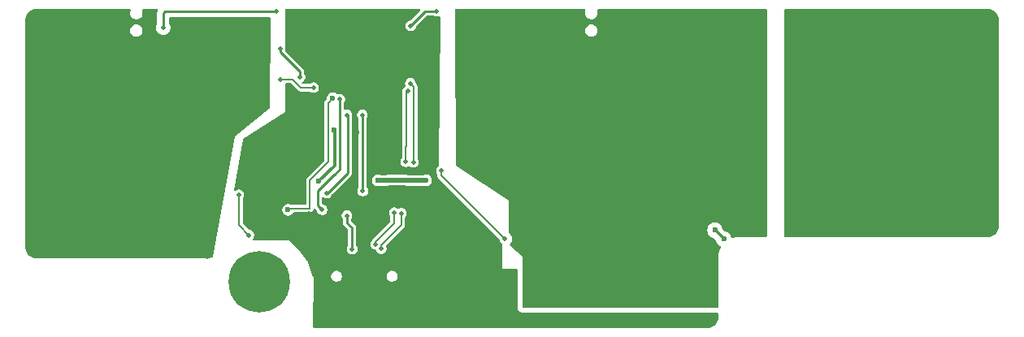
<source format=gbr>
%TF.GenerationSoftware,KiCad,Pcbnew,9.0.4*%
%TF.CreationDate,2025-09-10T21:24:44+08:00*%
%TF.ProjectId,smart_shunt_v0.0.1,736d6172-745f-4736-9875-6e745f76302e,v0.0.4*%
%TF.SameCoordinates,Original*%
%TF.FileFunction,Copper,L2,Bot*%
%TF.FilePolarity,Positive*%
%FSLAX46Y46*%
G04 Gerber Fmt 4.6, Leading zero omitted, Abs format (unit mm)*
G04 Created by KiCad (PCBNEW 9.0.4) date 2025-09-10 21:24:44*
%MOMM*%
%LPD*%
G01*
G04 APERTURE LIST*
%TA.AperFunction,ComponentPad*%
%ADD10C,2.000000*%
%TD*%
%TA.AperFunction,ComponentPad*%
%ADD11O,18.000000X18.500000*%
%TD*%
%TA.AperFunction,ComponentPad*%
%ADD12O,17.000000X17.500000*%
%TD*%
%TA.AperFunction,ComponentPad*%
%ADD13C,0.800000*%
%TD*%
%TA.AperFunction,ComponentPad*%
%ADD14C,6.400000*%
%TD*%
%TA.AperFunction,ViaPad*%
%ADD15C,0.500000*%
%TD*%
%TA.AperFunction,ViaPad*%
%ADD16C,0.600000*%
%TD*%
%TA.AperFunction,ViaPad*%
%ADD17C,1.000000*%
%TD*%
%TA.AperFunction,Conductor*%
%ADD18C,0.200000*%
%TD*%
%TA.AperFunction,Conductor*%
%ADD19C,0.250000*%
%TD*%
%TA.AperFunction,Conductor*%
%ADD20C,0.300000*%
%TD*%
%TA.AperFunction,Conductor*%
%ADD21C,0.500000*%
%TD*%
G04 APERTURE END LIST*
D10*
%TO.P,J1,1,Pin_1*%
%TO.N,SHUNT+*%
X173858810Y-81671308D03*
X172108810Y-86171308D03*
X172108810Y-76921308D03*
X167358810Y-88471308D03*
D11*
X167358810Y-81671308D03*
D10*
X167358810Y-74921308D03*
X162858810Y-76921308D03*
X162358811Y-86171308D03*
X160858810Y-81671308D03*
%TD*%
%TO.P,J2,1,Pin_1*%
%TO.N,SHUNT-*%
X113358811Y-81671308D03*
X114858812Y-86171308D03*
X115358811Y-76921308D03*
X119858811Y-74921308D03*
D11*
X119858811Y-81671308D03*
D10*
X119858811Y-88471308D03*
X124608811Y-76921308D03*
X124608811Y-86171308D03*
X126358811Y-81671308D03*
%TD*%
%TO.P,J6,1,Pin_1*%
%TO.N,Net-(J6-Pin_1)*%
X207500000Y-79400000D03*
X206000000Y-74900000D03*
X205500000Y-84150000D03*
X201000000Y-86150000D03*
D12*
X201000000Y-79400000D03*
D10*
X201000000Y-72600000D03*
X196250000Y-84150000D03*
X196250000Y-74900000D03*
X194500000Y-79400000D03*
%TD*%
D13*
%TO.P,J5,1,Pin_1*%
%TO.N,GND*%
X156908811Y-96021309D03*
X156205867Y-97718365D03*
X156205867Y-94324253D03*
X154508811Y-98421309D03*
D14*
X154508811Y-96021309D03*
D13*
X154508811Y-93621309D03*
X152811755Y-97718365D03*
X152811755Y-94324253D03*
X152108811Y-96021309D03*
%TD*%
%TO.P,J3,1,Pin_1*%
%TO.N,Net-(J3-Pin_1)*%
X135108810Y-95971308D03*
X134405866Y-97668364D03*
X134405866Y-94274252D03*
X132708810Y-98371308D03*
D14*
X132708810Y-95971308D03*
D13*
X132708810Y-93571308D03*
X131011754Y-97668364D03*
X131011754Y-94274252D03*
X130308810Y-95971308D03*
%TD*%
D15*
%TO.N,USBD-*%
X144833811Y-92071309D03*
X148000000Y-83471308D03*
X146798926Y-88753375D03*
X148208810Y-76071308D03*
%TO.N,USBD+*%
X148800000Y-83500000D03*
X145418597Y-92527993D03*
X148458811Y-75271309D03*
X147508811Y-88821308D03*
%TO.N,LED*%
X143508810Y-86521309D03*
X143458811Y-78571308D03*
%TO.N,Net-(U1-EN{slash}CHIP_PU)*%
X136958811Y-74621308D03*
X134908811Y-71671307D03*
%TO.N,Net-(U1-GPIO9)*%
X148508809Y-69271309D03*
X151208811Y-67771297D03*
D16*
%TO.N,ALERT*%
X135719458Y-88471308D03*
X140363077Y-76841408D03*
D15*
%TO.N,SCL*%
X139758811Y-86721308D03*
X141858810Y-78571308D03*
%TO.N,SDA*%
X139274664Y-88468636D03*
X141108811Y-76921306D03*
%TO.N,GND*%
X146558811Y-69871308D03*
X131900000Y-90200000D03*
X146508811Y-73821309D03*
X173599000Y-99501579D03*
X142458810Y-71921309D03*
X150600000Y-77500000D03*
X144408811Y-71871308D03*
D16*
X137353023Y-81765519D03*
X143008811Y-99901309D03*
D15*
X134508811Y-67771308D03*
D16*
X146508811Y-96821309D03*
D15*
X133908811Y-87771309D03*
D16*
X143847013Y-92071993D03*
X136058811Y-81671307D03*
X138144631Y-81785487D03*
D15*
X140358811Y-73871308D03*
D16*
X144758811Y-96821309D03*
X142883811Y-80396309D03*
D15*
X142458810Y-73821309D03*
X146608811Y-71971309D03*
X136631651Y-85375036D03*
X137858811Y-89471309D03*
X122708811Y-69471309D03*
X140658811Y-70171308D03*
X151000000Y-68700000D03*
X144464473Y-73821308D03*
X133058811Y-86571309D03*
D16*
X144758811Y-99901309D03*
X143008811Y-98321309D03*
X146488811Y-99901308D03*
D15*
X144408811Y-69771309D03*
X140358811Y-71921309D03*
D16*
X140758811Y-98321309D03*
D15*
X137858811Y-88871309D03*
D16*
X146508811Y-98321309D03*
X144758811Y-98321309D03*
X140758811Y-96821309D03*
X140758811Y-99901309D03*
X139008810Y-81646309D03*
D15*
X142458810Y-69821308D03*
D16*
X143008811Y-96821309D03*
D15*
%TO.N,Net-(D1-A)*%
X141858811Y-89071309D03*
X142408811Y-92571309D03*
D16*
%TO.N,Net-(U5-VFB)*%
X138922782Y-85510280D03*
X140483811Y-80121307D03*
D15*
%TO.N,SHUNT+*%
X155600000Y-75600000D03*
X173600000Y-73600000D03*
X165600000Y-93600000D03*
X173600000Y-68600000D03*
X157600000Y-78600000D03*
X163600000Y-90600000D03*
X174600000Y-71600000D03*
X155600000Y-76600000D03*
X175600000Y-88600000D03*
X164600000Y-91600000D03*
X172600000Y-70600000D03*
X166600000Y-98100000D03*
D17*
X179299999Y-81800002D03*
D15*
X167600000Y-98100000D03*
X163600000Y-71600000D03*
X163600000Y-91600000D03*
X159600000Y-69600000D03*
X165600000Y-95600000D03*
X161600000Y-90600000D03*
D17*
X183300000Y-76300000D03*
D15*
X168600000Y-93600000D03*
X176600000Y-90600000D03*
X173600000Y-93600000D03*
X161600000Y-71600000D03*
X158600000Y-86600000D03*
D17*
X183299999Y-85800001D03*
D15*
X175600000Y-91600000D03*
X155600000Y-73600000D03*
X162600000Y-92600000D03*
X164600000Y-71600000D03*
X168600000Y-91600000D03*
X176600000Y-89600000D03*
D17*
X181299999Y-83800002D03*
D15*
X156600000Y-85600000D03*
X175600000Y-74600000D03*
X155600000Y-69600000D03*
D17*
X183300000Y-72300000D03*
D15*
X158600000Y-75600000D03*
X157600000Y-74600000D03*
X160600000Y-70600000D03*
X175600000Y-90600000D03*
X170600000Y-93600000D03*
X161600000Y-89600000D03*
X167600000Y-92600000D03*
D17*
X179299999Y-76300001D03*
D15*
X169600000Y-70600000D03*
X170600000Y-92600000D03*
X154300000Y-78600000D03*
X158600000Y-70600000D03*
D17*
X181299999Y-70300001D03*
D15*
X159600000Y-73600000D03*
X155600000Y-78600000D03*
X166600000Y-92600000D03*
X154300000Y-77600000D03*
X164600000Y-70600000D03*
X173600000Y-90600000D03*
D17*
X179299999Y-87800001D03*
D15*
X156600000Y-69600000D03*
X167700000Y-71600000D03*
X174600000Y-90600000D03*
X157600000Y-81600000D03*
X172600000Y-73600000D03*
X159600000Y-74600000D03*
X155600000Y-72600000D03*
X156600000Y-82600000D03*
X156600000Y-84600000D03*
X168600000Y-92600000D03*
D17*
X179299999Y-83800001D03*
X181299999Y-87800001D03*
D15*
X165600000Y-70600000D03*
X166600000Y-71600000D03*
X180000000Y-97000000D03*
D17*
X183299999Y-74300001D03*
D15*
X157600000Y-72600000D03*
X168700000Y-71600000D03*
X155600000Y-70600000D03*
X155600000Y-77600000D03*
X160600000Y-90600000D03*
X174600000Y-69600000D03*
X178600000Y-93600000D03*
X174600000Y-70600000D03*
D17*
X183300000Y-70300001D03*
D15*
X156600000Y-76600000D03*
D17*
X181300000Y-74300000D03*
D15*
X157600000Y-70600000D03*
D17*
X181299999Y-76300001D03*
D16*
X150100000Y-85385348D03*
D15*
X155600000Y-79600000D03*
X163600000Y-72600000D03*
X158600000Y-74600000D03*
X160600000Y-69600000D03*
X154300000Y-70600000D03*
X161600000Y-91600000D03*
X165600000Y-91600000D03*
X154300000Y-81600000D03*
X158600000Y-73600000D03*
X166600000Y-93600000D03*
X160600000Y-73600000D03*
X167600000Y-93600000D03*
X160600000Y-91600000D03*
X165600000Y-94600000D03*
X155600000Y-82600000D03*
X162600000Y-71600000D03*
D17*
X179299999Y-72299999D03*
D15*
X175600000Y-89600000D03*
X155600000Y-83600000D03*
X163600000Y-70600000D03*
X178600000Y-91600000D03*
X156600000Y-73600000D03*
D17*
X181299999Y-72300002D03*
D15*
X177600000Y-93600000D03*
X165600000Y-98100000D03*
X175600000Y-72600000D03*
X175600000Y-70600000D03*
X159600000Y-72600000D03*
X154300000Y-80600000D03*
X154300000Y-76600000D03*
X175600000Y-93600000D03*
X171600000Y-98100000D03*
X155600000Y-81600000D03*
X174600000Y-91600000D03*
X157600000Y-73600000D03*
X173600000Y-72600000D03*
X154300000Y-71600000D03*
X177600000Y-90600000D03*
X157600000Y-82600000D03*
D17*
X181299999Y-81800001D03*
D15*
X162600000Y-90600000D03*
X154300000Y-73600000D03*
X156600000Y-70600000D03*
X156600000Y-78600000D03*
X156600000Y-74600000D03*
X175600000Y-92600000D03*
X154300000Y-72600000D03*
X157600000Y-69600000D03*
X160600000Y-92600000D03*
X176600000Y-93600000D03*
X178600000Y-92600000D03*
X159600000Y-70600000D03*
X160600000Y-89600000D03*
X155600000Y-74600000D03*
X173600000Y-69600000D03*
X177600000Y-91600000D03*
X156600000Y-72600000D03*
X172600000Y-69600000D03*
X159600000Y-71600000D03*
X174600000Y-93600000D03*
X171600000Y-71600000D03*
X161600000Y-73600000D03*
X174600000Y-68600000D03*
D16*
X145073414Y-85385656D03*
D15*
X176600000Y-87600000D03*
X161600000Y-70600000D03*
X176600000Y-88600000D03*
X172600000Y-93600000D03*
D17*
X179299999Y-74300001D03*
D15*
X176600000Y-91600000D03*
X157600000Y-75600000D03*
X157600000Y-85600000D03*
X165600000Y-96600000D03*
D17*
X179299999Y-85800001D03*
D15*
X157600000Y-77600000D03*
X174600000Y-88600000D03*
X172600000Y-71600000D03*
X157600000Y-84600000D03*
X158600000Y-69600000D03*
X169600000Y-98100000D03*
X169600000Y-93600000D03*
D17*
X183299999Y-83800001D03*
D15*
X171600000Y-72600000D03*
X156600000Y-83600000D03*
X154300000Y-75600000D03*
X155600000Y-84600000D03*
X157600000Y-79600000D03*
X159600000Y-75600000D03*
X158600000Y-76600000D03*
X175600000Y-87600000D03*
X163600000Y-69600000D03*
X167600000Y-91600000D03*
X156600000Y-81600000D03*
X166600000Y-91600000D03*
D17*
X179299999Y-70300002D03*
D15*
X162600000Y-69600000D03*
X169700000Y-71600000D03*
X173600000Y-89600000D03*
X158600000Y-85600000D03*
X168599999Y-98100000D03*
X175600000Y-73600000D03*
X173600000Y-70600000D03*
X171600000Y-90600000D03*
X170700000Y-72600000D03*
X175600000Y-68600000D03*
X154300000Y-82600000D03*
X169600000Y-92600000D03*
X157600000Y-76600000D03*
X174600000Y-89600000D03*
X171600000Y-91600000D03*
X154300000Y-69600000D03*
X172600000Y-92600000D03*
X174600000Y-74600000D03*
X162600000Y-70600000D03*
X156600000Y-79600000D03*
X169600000Y-91600000D03*
X156600000Y-71600000D03*
X176600000Y-92600000D03*
X170700000Y-71600000D03*
X156600000Y-80600000D03*
X172600000Y-68600000D03*
X164600000Y-92600000D03*
X170600000Y-98100000D03*
X173600000Y-91600000D03*
X180000000Y-98100000D03*
X157600000Y-80600000D03*
X161600000Y-69600000D03*
X173600000Y-71600000D03*
X160600000Y-71600000D03*
X165600000Y-71600000D03*
D17*
X181300000Y-85800000D03*
D15*
X173600000Y-92600000D03*
X171600000Y-93600000D03*
X154300000Y-74600000D03*
X162600000Y-72600000D03*
X161600000Y-92600000D03*
X172600000Y-90600000D03*
X174600000Y-92600000D03*
X156600000Y-77600000D03*
X171600000Y-70600000D03*
X158600000Y-71600000D03*
X160600000Y-74600000D03*
X157600000Y-83600000D03*
X162600000Y-91600000D03*
X154300000Y-79600000D03*
D17*
X183300000Y-81800001D03*
D15*
X155600000Y-80600000D03*
X171600000Y-92600000D03*
X175600000Y-69600000D03*
X170600000Y-91600000D03*
X157600000Y-71600000D03*
X165600000Y-92600000D03*
X177600000Y-92600000D03*
X163600000Y-92600000D03*
X158600000Y-72600000D03*
X155600000Y-71600000D03*
X154300000Y-83600000D03*
D17*
X183300000Y-87800000D03*
D15*
X178600000Y-90600000D03*
X160600000Y-72600000D03*
X161600000Y-72600000D03*
X156600000Y-75600000D03*
X175600000Y-71600000D03*
X172600000Y-72600000D03*
X174600000Y-72600000D03*
X172600000Y-91600000D03*
X174600000Y-73600000D03*
%TO.N,Net-(J6-Pin_1)*%
X191500000Y-85600000D03*
X195600000Y-71600000D03*
X193600000Y-71600000D03*
X194600000Y-88600000D03*
X206600000Y-86600000D03*
X208600000Y-71600000D03*
D16*
X181109620Y-91509620D03*
D15*
X191500000Y-78000000D03*
X197600000Y-70600000D03*
X207600000Y-85600000D03*
X193600000Y-69600000D03*
X196600000Y-89600000D03*
X204600000Y-88600000D03*
X193600000Y-68600000D03*
X199600000Y-88600000D03*
X196600000Y-87600000D03*
X206600000Y-87600000D03*
X204600000Y-70600000D03*
X208600000Y-68600000D03*
X193600000Y-70600000D03*
X208600000Y-89600000D03*
X192600000Y-74600000D03*
X207600000Y-89600000D03*
X206600000Y-89600000D03*
X191500000Y-79000000D03*
X203600000Y-89600000D03*
X197600000Y-89600000D03*
X193600000Y-85600000D03*
X191500000Y-82600000D03*
X200600000Y-88600000D03*
X192600000Y-72600000D03*
X191500000Y-80000000D03*
X192600000Y-70600000D03*
X196600000Y-88600000D03*
X206600000Y-70600000D03*
X191500000Y-86600000D03*
X193600000Y-86600000D03*
X194600000Y-89600000D03*
X191600000Y-69600000D03*
X191500000Y-87600000D03*
X194600000Y-71600000D03*
X208600000Y-85600000D03*
X192600000Y-87600000D03*
X202600000Y-88600000D03*
X207600000Y-69600000D03*
X201600000Y-88600000D03*
X208600000Y-73600000D03*
X195600000Y-88600000D03*
X191600000Y-70600000D03*
X191600000Y-68600000D03*
X193600000Y-73600000D03*
X200600000Y-89600000D03*
X192600000Y-75600000D03*
D16*
X188800000Y-90600000D03*
D15*
X192600000Y-69600000D03*
X197600000Y-88600000D03*
X191500000Y-77000000D03*
X191600000Y-72600000D03*
X203600000Y-70600000D03*
X193600000Y-89600000D03*
X191500000Y-76000000D03*
X192600000Y-73600000D03*
X207600000Y-71600000D03*
X207600000Y-87600000D03*
X208600000Y-69600000D03*
X198600000Y-89600000D03*
X192600000Y-84600000D03*
X192600000Y-86600000D03*
X193600000Y-87600000D03*
X205600000Y-87600000D03*
X193600000Y-72600000D03*
X195600000Y-70600000D03*
X192600000Y-68600000D03*
X191600000Y-74600000D03*
X191500000Y-88600000D03*
X192600000Y-83600000D03*
X208600000Y-88600000D03*
X192600000Y-88600000D03*
X191600000Y-71600000D03*
X205600000Y-88600000D03*
X201600000Y-89600000D03*
X206600000Y-88600000D03*
D16*
X180190380Y-90590380D03*
D15*
X208600000Y-87600000D03*
X208600000Y-86600000D03*
X191600000Y-73600000D03*
X192600000Y-85600000D03*
X191500000Y-84600000D03*
X203600000Y-88600000D03*
X207600000Y-86600000D03*
X207600000Y-72600000D03*
X195600000Y-89600000D03*
X208600000Y-84600000D03*
X206600000Y-71600000D03*
X198600000Y-88600000D03*
X195600000Y-87600000D03*
X191500000Y-81000000D03*
X196600000Y-70600000D03*
X194600000Y-86600000D03*
X192600000Y-89600000D03*
X204600000Y-89600000D03*
X207600000Y-70600000D03*
X194600000Y-87600000D03*
X202600000Y-89600000D03*
X208600000Y-72600000D03*
X208600000Y-70600000D03*
X205600000Y-70600000D03*
X207600000Y-68600000D03*
X205600000Y-89600000D03*
X199600000Y-89600000D03*
X192600000Y-71600000D03*
X193600000Y-88600000D03*
X194600000Y-70600000D03*
X207600000Y-88600000D03*
X191500000Y-83600000D03*
%TO.N,LD_DISC*%
X151700000Y-84400000D03*
X158300000Y-91500000D03*
%TO.N,Net-(U1-GPIO3{slash}ADC1_CH3)*%
X138384224Y-75724592D03*
X131650000Y-91100000D03*
X134888537Y-74845274D03*
X130583810Y-86900000D03*
%TD*%
D18*
%TO.N,USBD-*%
X146783811Y-88768490D02*
X146798926Y-88753375D01*
X148008810Y-76271309D02*
X148208810Y-76071308D01*
X148000000Y-81880119D02*
X148008810Y-81871309D01*
X148000000Y-83471308D02*
X148000000Y-81880119D01*
X146783811Y-89896309D02*
X146783811Y-88768490D01*
X144833811Y-91846309D02*
X146783811Y-89896309D01*
X148008810Y-81871309D02*
X148008810Y-76271309D01*
X144833811Y-92071309D02*
X144833811Y-91846309D01*
%TO.N,USBD+*%
X145418597Y-92527993D02*
X145418597Y-92150731D01*
X148800000Y-83500000D02*
X148800000Y-82180120D01*
X148800000Y-82180120D02*
X148808811Y-82171309D01*
X147508811Y-90060517D02*
X147508811Y-88821308D01*
X145418597Y-92150731D02*
X147508811Y-90060517D01*
X148808811Y-82171309D02*
X148808811Y-75621309D01*
X148808811Y-75621309D02*
X148458811Y-75271309D01*
D19*
%TO.N,LED*%
X143508811Y-78621309D02*
X143508810Y-86521309D01*
X143458811Y-78571308D02*
X143508811Y-78621309D01*
%TO.N,Net-(U1-EN{slash}CHIP_PU)*%
X136958811Y-74049236D02*
X134908811Y-71999236D01*
X136958811Y-74621308D02*
X136958811Y-74049236D01*
X134908811Y-71999236D02*
X134908811Y-71671307D01*
%TO.N,Net-(U1-GPIO9)*%
X150008820Y-67771296D02*
X148508809Y-69271309D01*
X151208811Y-67771297D02*
X150008820Y-67771296D01*
D18*
%TO.N,ALERT*%
X135870457Y-88320308D02*
X135719458Y-88471308D01*
X139882811Y-77321675D02*
X139882810Y-83420308D01*
X140363077Y-76841408D02*
X139882811Y-77321675D01*
X139882810Y-83420308D02*
X139908811Y-83446309D01*
X138008811Y-85346309D02*
X138008811Y-88320308D01*
X139908811Y-83446309D02*
X138008811Y-85346309D01*
X138008811Y-88320308D02*
X135870457Y-88320308D01*
D19*
%TO.N,SCL*%
X141908811Y-84621309D02*
X139808811Y-86721309D01*
X141908811Y-78621309D02*
X141908811Y-84621309D01*
X141858810Y-78571308D02*
X141908811Y-78621309D01*
X139808811Y-86721309D02*
X139758811Y-86721308D01*
%TO.N,SDA*%
X140558811Y-84771309D02*
X140545637Y-84771308D01*
X138808811Y-88002784D02*
X139274664Y-88468636D01*
X140545637Y-84771308D02*
X138808811Y-86508136D01*
X141108811Y-76921306D02*
X141108811Y-84221309D01*
X138808811Y-86508136D02*
X138808811Y-88002784D01*
X141108811Y-84221309D02*
X140558811Y-84771309D01*
%TO.N,GND*%
X122908811Y-67771309D02*
X122708811Y-67971309D01*
X122708811Y-67971309D02*
X122708811Y-69471309D01*
X134508811Y-67771308D02*
X122908811Y-67771309D01*
%TO.N,Net-(D1-A)*%
X142408811Y-90371307D02*
X141858811Y-89821309D01*
X142408811Y-92571309D02*
X142408811Y-90371307D01*
X141858811Y-89821309D02*
X141858811Y-89071309D01*
D20*
%TO.N,Net-(U5-VFB)*%
X140558810Y-80196306D02*
X140558811Y-83874251D01*
X140558811Y-83874251D02*
X138922782Y-85510280D01*
X140483811Y-80121307D02*
X140558810Y-80196306D01*
D21*
%TO.N,SHUNT+*%
X146118199Y-85381801D02*
X148090612Y-85381801D01*
D20*
X148094159Y-85385348D02*
X148090612Y-85381801D01*
D21*
X146114344Y-85385656D02*
X146118199Y-85381801D01*
X145073414Y-85385656D02*
X146114344Y-85385656D01*
X150100000Y-85385348D02*
X148094159Y-85385348D01*
D20*
%TO.N,Net-(J6-Pin_1)*%
X180190380Y-90590380D02*
X181109620Y-91509620D01*
D18*
%TO.N,LD_DISC*%
X151700000Y-84400000D02*
X151700000Y-84900000D01*
X151700000Y-84900000D02*
X158300000Y-91500000D01*
%TO.N,Net-(U1-GPIO3{slash}ADC1_CH3)*%
X136196090Y-74845274D02*
X137075408Y-75724592D01*
X130583810Y-86900000D02*
X130583810Y-90033810D01*
X137075408Y-75724592D02*
X138384224Y-75724592D01*
X130583810Y-90033810D02*
X131650000Y-91100000D01*
X134888537Y-74845274D02*
X136196090Y-74845274D01*
%TD*%
%TA.AperFunction,Conductor*%
%TO.N,GND*%
G36*
X149473365Y-67543087D02*
G01*
X149509330Y-67592586D01*
X149509333Y-67653771D01*
X149485181Y-67693185D01*
X148484088Y-68694281D01*
X148439708Y-68719904D01*
X148296324Y-68758324D01*
X148296320Y-68758326D01*
X148170798Y-68830796D01*
X148068296Y-68933298D01*
X147995826Y-69058819D01*
X147958309Y-69198834D01*
X147958309Y-69343783D01*
X147995826Y-69483798D01*
X148068296Y-69609319D01*
X148068298Y-69609321D01*
X148068300Y-69609324D01*
X148170794Y-69711818D01*
X148170796Y-69711819D01*
X148170798Y-69711821D01*
X148296320Y-69784291D01*
X148296321Y-69784291D01*
X148296324Y-69784293D01*
X148436334Y-69821809D01*
X148436335Y-69821809D01*
X148581283Y-69821809D01*
X148581284Y-69821809D01*
X148721294Y-69784293D01*
X148721296Y-69784291D01*
X148721298Y-69784291D01*
X148846819Y-69711821D01*
X148846819Y-69711820D01*
X148846824Y-69711818D01*
X148949318Y-69609324D01*
X148987744Y-69542769D01*
X149021791Y-69483798D01*
X149021791Y-69483796D01*
X149021793Y-69483794D01*
X149059309Y-69343784D01*
X149059309Y-69343781D01*
X149060213Y-69340408D01*
X149085834Y-69296029D01*
X150156071Y-68225791D01*
X150210588Y-68198015D01*
X150226075Y-68196796D01*
X150818271Y-68196796D01*
X150867771Y-68210060D01*
X150996322Y-68284279D01*
X150996323Y-68284279D01*
X150996326Y-68284281D01*
X151136336Y-68321797D01*
X151136337Y-68321797D01*
X151281285Y-68321797D01*
X151281286Y-68321797D01*
X151421296Y-68284281D01*
X151436867Y-68275290D01*
X151496715Y-68262569D01*
X151552611Y-68287455D01*
X151583204Y-68340442D01*
X151585361Y-68362193D01*
X151402582Y-83880678D01*
X151382991Y-83938642D01*
X151363859Y-83958052D01*
X151361984Y-83959490D01*
X151259491Y-84061984D01*
X151259487Y-84061989D01*
X151187017Y-84187510D01*
X151187016Y-84187515D01*
X151149500Y-84327525D01*
X151149500Y-84472475D01*
X151174370Y-84565291D01*
X151187017Y-84612489D01*
X151259487Y-84738010D01*
X151259489Y-84738012D01*
X151259491Y-84738015D01*
X151270505Y-84749029D01*
X151298281Y-84803544D01*
X151299500Y-84819031D01*
X151299500Y-84847273D01*
X151299500Y-84952727D01*
X151323570Y-85042559D01*
X151326794Y-85054592D01*
X151379516Y-85145908D01*
X151379518Y-85145910D01*
X151379520Y-85145913D01*
X154566532Y-88332924D01*
X157720504Y-91486896D01*
X157748281Y-91541413D01*
X157749500Y-91556900D01*
X157749500Y-91572475D01*
X157762116Y-91619558D01*
X157787017Y-91712489D01*
X157859487Y-91838010D01*
X157859489Y-91838012D01*
X157859491Y-91838015D01*
X157961985Y-91940509D01*
X157984204Y-91953337D01*
X158025144Y-91998807D01*
X158033698Y-92038103D01*
X158058810Y-94600000D01*
X158058811Y-94600000D01*
X159504311Y-94600000D01*
X159562502Y-94618907D01*
X159598466Y-94668407D01*
X159603311Y-94699000D01*
X159603311Y-98547308D01*
X159614864Y-98654764D01*
X159614865Y-98654772D01*
X159626068Y-98706270D01*
X159660197Y-98808810D01*
X159660197Y-98808811D01*
X159660198Y-98808812D01*
X159737986Y-98929851D01*
X159783741Y-98982655D01*
X159783748Y-98982661D01*
X159783751Y-98982664D01*
X159892473Y-99076874D01*
X159892474Y-99076874D01*
X159892475Y-99076875D01*
X160023352Y-99136646D01*
X160090391Y-99156331D01*
X160090395Y-99156332D01*
X160126618Y-99161540D01*
X160232806Y-99176808D01*
X160232811Y-99176808D01*
X180423869Y-99176808D01*
X180428302Y-99176330D01*
X180438850Y-99175194D01*
X180498732Y-99187759D01*
X180539791Y-99233122D01*
X180548455Y-99273544D01*
X180548746Y-99634551D01*
X180548369Y-99643260D01*
X180532040Y-99829883D01*
X180529043Y-99846878D01*
X180481668Y-100023678D01*
X180475766Y-100039894D01*
X180398405Y-100205790D01*
X180389776Y-100220736D01*
X180284782Y-100370676D01*
X180273689Y-100383895D01*
X180144256Y-100513323D01*
X180131037Y-100524415D01*
X179981100Y-100629398D01*
X179966153Y-100638027D01*
X179800248Y-100715383D01*
X179784033Y-100721284D01*
X179607235Y-100768652D01*
X179590239Y-100771649D01*
X179403597Y-100787971D01*
X179394908Y-100788347D01*
X140331424Y-100763175D01*
X140331423Y-100763175D01*
X140324669Y-100763170D01*
X140324325Y-100763079D01*
X140258973Y-100763127D01*
X140258217Y-100763127D01*
X140258216Y-100763126D01*
X140187674Y-100763083D01*
X140186150Y-100763183D01*
X138415436Y-100764521D01*
X138357231Y-100745658D01*
X138321230Y-100696185D01*
X138316364Y-100664699D01*
X138358811Y-95571309D01*
X138261023Y-95310542D01*
X140193311Y-95310542D01*
X140193311Y-95462074D01*
X140222580Y-95571309D01*
X140232531Y-95608447D01*
X140308292Y-95739668D01*
X140308294Y-95739670D01*
X140308296Y-95739673D01*
X140415446Y-95846823D01*
X140415448Y-95846824D01*
X140415450Y-95846826D01*
X140546672Y-95922587D01*
X140546670Y-95922587D01*
X140546674Y-95922588D01*
X140546676Y-95922589D01*
X140693045Y-95961808D01*
X140693047Y-95961808D01*
X140844575Y-95961808D01*
X140844577Y-95961808D01*
X140990946Y-95922589D01*
X140990948Y-95922587D01*
X140990950Y-95922587D01*
X141122171Y-95846826D01*
X141122171Y-95846825D01*
X141122176Y-95846823D01*
X141229326Y-95739673D01*
X141305092Y-95608443D01*
X141344311Y-95462074D01*
X141344311Y-95310542D01*
X145973311Y-95310542D01*
X145973311Y-95462074D01*
X146002580Y-95571309D01*
X146012531Y-95608447D01*
X146088292Y-95739668D01*
X146088294Y-95739670D01*
X146088296Y-95739673D01*
X146195446Y-95846823D01*
X146195448Y-95846824D01*
X146195450Y-95846826D01*
X146326672Y-95922587D01*
X146326670Y-95922587D01*
X146326674Y-95922588D01*
X146326676Y-95922589D01*
X146473045Y-95961808D01*
X146473047Y-95961808D01*
X146624575Y-95961808D01*
X146624577Y-95961808D01*
X146770946Y-95922589D01*
X146770948Y-95922587D01*
X146770950Y-95922587D01*
X146902171Y-95846826D01*
X146902171Y-95846825D01*
X146902176Y-95846823D01*
X147009326Y-95739673D01*
X147085092Y-95608443D01*
X147124311Y-95462074D01*
X147124311Y-95310542D01*
X147085092Y-95164173D01*
X147085090Y-95164170D01*
X147085090Y-95164168D01*
X147009329Y-95032947D01*
X147009327Y-95032945D01*
X147009326Y-95032943D01*
X146902176Y-94925793D01*
X146902173Y-94925791D01*
X146902171Y-94925789D01*
X146770949Y-94850028D01*
X146770951Y-94850028D01*
X146714158Y-94834811D01*
X146624577Y-94810808D01*
X146473045Y-94810808D01*
X146383463Y-94834811D01*
X146326671Y-94850028D01*
X146195450Y-94925789D01*
X146088292Y-95032947D01*
X146012531Y-95164168D01*
X146012530Y-95164173D01*
X145973311Y-95310542D01*
X141344311Y-95310542D01*
X141305092Y-95164173D01*
X141305090Y-95164170D01*
X141305090Y-95164168D01*
X141229329Y-95032947D01*
X141229327Y-95032945D01*
X141229326Y-95032943D01*
X141122176Y-94925793D01*
X141122173Y-94925791D01*
X141122171Y-94925789D01*
X140990949Y-94850028D01*
X140990951Y-94850028D01*
X140934158Y-94834811D01*
X140844577Y-94810808D01*
X140693045Y-94810808D01*
X140603463Y-94834811D01*
X140546671Y-94850028D01*
X140415450Y-94925789D01*
X140308292Y-95032947D01*
X140232531Y-95164168D01*
X140232530Y-95164173D01*
X140193311Y-95310542D01*
X138261023Y-95310542D01*
X137758811Y-93971309D01*
X136808811Y-92621308D01*
X136693561Y-92511821D01*
X135808810Y-91671308D01*
X132096222Y-91671308D01*
X132038031Y-91652401D01*
X132002067Y-91602901D01*
X132002067Y-91541715D01*
X132026217Y-91502306D01*
X132090509Y-91438015D01*
X132162984Y-91312485D01*
X132200500Y-91172475D01*
X132200500Y-91027525D01*
X132162984Y-90887515D01*
X132162982Y-90887512D01*
X132162982Y-90887510D01*
X132090512Y-90761989D01*
X132090510Y-90761987D01*
X132090509Y-90761985D01*
X131988015Y-90659491D01*
X131988012Y-90659489D01*
X131988010Y-90659487D01*
X131862488Y-90587017D01*
X131862489Y-90587017D01*
X131810457Y-90573075D01*
X131722475Y-90549500D01*
X131722474Y-90549500D01*
X131706901Y-90549500D01*
X131648710Y-90530593D01*
X131636897Y-90520504D01*
X131013306Y-89896913D01*
X130985529Y-89842396D01*
X130984310Y-89826909D01*
X130984310Y-88392251D01*
X135118958Y-88392251D01*
X135118958Y-88550365D01*
X135159881Y-88703092D01*
X135238938Y-88840024D01*
X135350742Y-88951828D01*
X135487674Y-89030885D01*
X135640401Y-89071808D01*
X135640403Y-89071808D01*
X135798513Y-89071808D01*
X135798515Y-89071808D01*
X135951242Y-89030885D01*
X136088174Y-88951828D01*
X136199978Y-88840024D01*
X136220897Y-88803790D01*
X136240229Y-88770308D01*
X136285698Y-88729367D01*
X136325965Y-88720808D01*
X138061536Y-88720808D01*
X138061538Y-88720808D01*
X138163398Y-88693515D01*
X138254724Y-88640788D01*
X138329291Y-88566221D01*
X138382018Y-88474895D01*
X138400434Y-88406164D01*
X138406194Y-88397293D01*
X138407850Y-88386843D01*
X138422485Y-88372207D01*
X138433757Y-88354851D01*
X138443634Y-88351059D01*
X138451115Y-88343579D01*
X138471555Y-88340341D01*
X138490878Y-88332924D01*
X138501097Y-88335662D01*
X138511547Y-88334007D01*
X138529986Y-88343402D01*
X138549979Y-88348759D01*
X138566063Y-88361784D01*
X138697636Y-88493356D01*
X138723260Y-88537736D01*
X138724164Y-88541109D01*
X138724164Y-88541111D01*
X138761680Y-88681121D01*
X138761681Y-88681123D01*
X138761682Y-88681126D01*
X138834151Y-88806646D01*
X138834153Y-88806648D01*
X138834155Y-88806651D01*
X138936649Y-88909145D01*
X138936651Y-88909146D01*
X138936653Y-88909148D01*
X139062175Y-88981618D01*
X139062176Y-88981618D01*
X139062179Y-88981620D01*
X139202189Y-89019136D01*
X139202190Y-89019136D01*
X139347138Y-89019136D01*
X139347139Y-89019136D01*
X139422906Y-88998834D01*
X141308311Y-88998834D01*
X141308311Y-89143784D01*
X141318591Y-89182148D01*
X141345828Y-89283798D01*
X141420047Y-89412347D01*
X141433311Y-89461847D01*
X141433311Y-89765291D01*
X141433311Y-89877328D01*
X141438559Y-89896913D01*
X141462309Y-89985549D01*
X141482084Y-90019799D01*
X141482084Y-90019800D01*
X141500037Y-90050896D01*
X141500038Y-90050897D01*
X141518327Y-90082573D01*
X141847144Y-90411389D01*
X141954314Y-90518558D01*
X141982092Y-90573075D01*
X141983311Y-90588562D01*
X141983311Y-92180770D01*
X141970047Y-92230270D01*
X141895828Y-92358819D01*
X141869918Y-92455518D01*
X141858311Y-92498834D01*
X141858311Y-92643784D01*
X141870753Y-92690216D01*
X141895828Y-92783798D01*
X141968298Y-92909319D01*
X141968300Y-92909321D01*
X141968302Y-92909324D01*
X142070796Y-93011818D01*
X142070798Y-93011819D01*
X142070800Y-93011821D01*
X142196322Y-93084291D01*
X142196323Y-93084291D01*
X142196326Y-93084293D01*
X142336336Y-93121809D01*
X142336337Y-93121809D01*
X142481285Y-93121809D01*
X142481286Y-93121809D01*
X142621296Y-93084293D01*
X142621298Y-93084291D01*
X142621300Y-93084291D01*
X142746821Y-93011821D01*
X142746821Y-93011820D01*
X142746826Y-93011818D01*
X142849320Y-92909324D01*
X142874329Y-92866008D01*
X142921793Y-92783798D01*
X142921793Y-92783796D01*
X142921795Y-92783794D01*
X142959311Y-92643784D01*
X142959311Y-92498834D01*
X142921795Y-92358824D01*
X142921793Y-92358821D01*
X142921793Y-92358819D01*
X142847575Y-92230270D01*
X142834311Y-92180770D01*
X142834311Y-91998834D01*
X144283311Y-91998834D01*
X144283311Y-92143784D01*
X144295831Y-92190510D01*
X144320828Y-92283798D01*
X144393298Y-92409319D01*
X144393300Y-92409321D01*
X144393302Y-92409324D01*
X144495796Y-92511818D01*
X144495798Y-92511819D01*
X144495800Y-92511821D01*
X144621322Y-92584291D01*
X144621323Y-92584291D01*
X144621326Y-92584293D01*
X144761336Y-92621809D01*
X144797850Y-92621809D01*
X144856041Y-92640716D01*
X144892005Y-92690216D01*
X144893476Y-92695185D01*
X144905612Y-92740477D01*
X144905614Y-92740481D01*
X144978084Y-92866003D01*
X144978086Y-92866005D01*
X144978088Y-92866008D01*
X145080582Y-92968502D01*
X145080584Y-92968503D01*
X145080586Y-92968505D01*
X145206108Y-93040975D01*
X145206109Y-93040975D01*
X145206112Y-93040977D01*
X145346122Y-93078493D01*
X145346123Y-93078493D01*
X145491071Y-93078493D01*
X145491072Y-93078493D01*
X145631082Y-93040977D01*
X145631084Y-93040975D01*
X145631086Y-93040975D01*
X145756607Y-92968505D01*
X145756607Y-92968504D01*
X145756612Y-92968502D01*
X145859106Y-92866008D01*
X145860550Y-92863507D01*
X145931579Y-92740482D01*
X145931579Y-92740480D01*
X145931581Y-92740478D01*
X145969097Y-92600468D01*
X145969097Y-92455518D01*
X145931581Y-92315508D01*
X145928801Y-92310693D01*
X145916078Y-92250848D01*
X145940961Y-92194951D01*
X145944512Y-92191207D01*
X147829291Y-90306430D01*
X147829294Y-90306425D01*
X147882016Y-90215109D01*
X147882016Y-90215107D01*
X147882018Y-90215105D01*
X147909311Y-90113244D01*
X147909311Y-90007790D01*
X147909311Y-89240339D01*
X147928218Y-89182148D01*
X147938301Y-89170341D01*
X147949320Y-89159323D01*
X147950493Y-89157291D01*
X148021793Y-89033797D01*
X148021793Y-89033795D01*
X148021795Y-89033793D01*
X148059311Y-88893783D01*
X148059311Y-88748833D01*
X148021795Y-88608823D01*
X148021793Y-88608820D01*
X148021793Y-88608818D01*
X147949323Y-88483297D01*
X147949321Y-88483295D01*
X147949320Y-88483293D01*
X147846826Y-88380799D01*
X147846823Y-88380797D01*
X147846821Y-88380795D01*
X147721299Y-88308325D01*
X147721300Y-88308325D01*
X147691707Y-88300395D01*
X147581286Y-88270808D01*
X147436336Y-88270808D01*
X147389666Y-88283313D01*
X147296324Y-88308324D01*
X147258187Y-88330343D01*
X147198339Y-88343064D01*
X147142443Y-88318177D01*
X147138703Y-88314628D01*
X147136941Y-88312866D01*
X147136938Y-88312864D01*
X147136936Y-88312862D01*
X147011414Y-88240392D01*
X147011415Y-88240392D01*
X146981822Y-88232462D01*
X146871401Y-88202875D01*
X146726451Y-88202875D01*
X146664716Y-88219416D01*
X146586436Y-88240392D01*
X146460915Y-88312862D01*
X146358413Y-88415364D01*
X146285943Y-88540885D01*
X146267739Y-88608823D01*
X146248426Y-88680900D01*
X146248426Y-88825850D01*
X146266629Y-88893782D01*
X146285943Y-88965864D01*
X146358413Y-89091385D01*
X146362366Y-89096536D01*
X146359965Y-89098377D01*
X146382092Y-89141804D01*
X146383311Y-89157291D01*
X146383311Y-89689408D01*
X146364404Y-89747599D01*
X146354315Y-89759412D01*
X144513330Y-91600397D01*
X144502267Y-91619558D01*
X144486536Y-91640058D01*
X144393301Y-91733294D01*
X144320828Y-91858819D01*
X144320827Y-91858824D01*
X144283311Y-91998834D01*
X142834311Y-91998834D01*
X142834311Y-90315291D01*
X142834310Y-90315285D01*
X142834039Y-90314276D01*
X142832015Y-90306718D01*
X142805314Y-90207069D01*
X142766522Y-90139880D01*
X142751144Y-90113244D01*
X142749297Y-90110045D01*
X142749295Y-90110043D01*
X142670074Y-90030821D01*
X142670074Y-90030822D01*
X142670073Y-90030821D01*
X142670073Y-90030820D01*
X142313308Y-89674056D01*
X142309681Y-89666939D01*
X142303218Y-89662243D01*
X142296053Y-89640192D01*
X142285530Y-89619539D01*
X142284311Y-89604052D01*
X142284311Y-89461847D01*
X142297575Y-89412347D01*
X142371793Y-89283798D01*
X142371793Y-89283796D01*
X142371795Y-89283794D01*
X142409311Y-89143784D01*
X142409311Y-88998834D01*
X142371795Y-88858824D01*
X142371793Y-88858821D01*
X142371793Y-88858819D01*
X142299323Y-88733298D01*
X142299321Y-88733296D01*
X142299320Y-88733294D01*
X142196826Y-88630800D01*
X142196823Y-88630798D01*
X142196821Y-88630796D01*
X142071299Y-88558326D01*
X142071300Y-88558326D01*
X142006228Y-88540890D01*
X141931286Y-88520809D01*
X141786336Y-88520809D01*
X141724601Y-88537350D01*
X141646321Y-88558326D01*
X141520800Y-88630796D01*
X141418298Y-88733298D01*
X141345828Y-88858819D01*
X141308311Y-88998834D01*
X139422906Y-88998834D01*
X139487149Y-88981620D01*
X139487151Y-88981618D01*
X139487153Y-88981618D01*
X139612673Y-88909149D01*
X139612674Y-88909147D01*
X139612679Y-88909145D01*
X139715173Y-88806651D01*
X139736156Y-88770308D01*
X139787646Y-88681125D01*
X139787646Y-88681123D01*
X139787648Y-88681121D01*
X139825164Y-88541111D01*
X139825164Y-88396161D01*
X139787648Y-88256151D01*
X139787646Y-88256148D01*
X139787646Y-88256146D01*
X139715176Y-88130625D01*
X139715174Y-88130623D01*
X139715173Y-88130621D01*
X139612679Y-88028127D01*
X139612676Y-88028125D01*
X139612674Y-88028123D01*
X139487152Y-87955653D01*
X139487148Y-87955651D01*
X139343763Y-87917230D01*
X139299383Y-87891608D01*
X139286774Y-87878999D01*
X139263306Y-87855530D01*
X139235530Y-87801015D01*
X139234311Y-87785528D01*
X139234311Y-87214339D01*
X139253218Y-87156148D01*
X139302718Y-87120184D01*
X139363904Y-87120184D01*
X139403312Y-87144333D01*
X139420796Y-87161817D01*
X139420798Y-87161818D01*
X139420800Y-87161820D01*
X139546322Y-87234290D01*
X139546323Y-87234290D01*
X139546326Y-87234292D01*
X139686336Y-87271808D01*
X139686337Y-87271808D01*
X139831285Y-87271808D01*
X139831286Y-87271808D01*
X139971296Y-87234292D01*
X139971298Y-87234290D01*
X139971300Y-87234290D01*
X140096821Y-87161820D01*
X140096821Y-87161819D01*
X140096826Y-87161817D01*
X140199320Y-87059323D01*
X140271795Y-86933793D01*
X140291912Y-86858710D01*
X140317533Y-86814333D01*
X142249295Y-84882573D01*
X142255012Y-84872672D01*
X142305314Y-84785546D01*
X142334311Y-84677328D01*
X142334311Y-84565291D01*
X142334311Y-78875241D01*
X142347573Y-78825743D01*
X142371794Y-78783793D01*
X142409310Y-78643783D01*
X142409310Y-78498833D01*
X142908311Y-78498833D01*
X142908311Y-78643782D01*
X142945828Y-78783797D01*
X143018298Y-78909318D01*
X143018300Y-78909320D01*
X143018302Y-78909323D01*
X143054315Y-78945336D01*
X143082091Y-78999851D01*
X143083310Y-79015338D01*
X143083310Y-86130771D01*
X143070046Y-86180271D01*
X142995827Y-86308819D01*
X142958310Y-86448834D01*
X142958310Y-86593783D01*
X142995827Y-86733798D01*
X143068297Y-86859319D01*
X143068299Y-86859321D01*
X143068301Y-86859324D01*
X143170795Y-86961818D01*
X143170797Y-86961819D01*
X143170799Y-86961821D01*
X143296321Y-87034291D01*
X143296322Y-87034291D01*
X143296325Y-87034293D01*
X143436335Y-87071809D01*
X143436336Y-87071809D01*
X143581284Y-87071809D01*
X143581285Y-87071809D01*
X143721295Y-87034293D01*
X143721297Y-87034291D01*
X143721299Y-87034291D01*
X143846820Y-86961821D01*
X143846820Y-86961820D01*
X143846825Y-86961818D01*
X143949319Y-86859324D01*
X144021794Y-86733794D01*
X144059310Y-86593784D01*
X144059310Y-86448834D01*
X144021794Y-86308824D01*
X144021792Y-86308821D01*
X144021792Y-86308819D01*
X143947574Y-86180270D01*
X143934310Y-86130770D01*
X143934310Y-85306599D01*
X144472914Y-85306599D01*
X144472914Y-85464713D01*
X144513837Y-85617440D01*
X144592894Y-85754372D01*
X144704698Y-85866176D01*
X144841630Y-85945233D01*
X144994357Y-85986156D01*
X144994359Y-85986156D01*
X145152469Y-85986156D01*
X145152471Y-85986156D01*
X145305198Y-85945233D01*
X145305200Y-85945231D01*
X145305203Y-85945231D01*
X145308919Y-85943692D01*
X145346804Y-85936156D01*
X146186818Y-85936156D01*
X146186819Y-85936156D01*
X146186823Y-85936155D01*
X146188620Y-85935674D01*
X146214240Y-85932301D01*
X147995413Y-85932301D01*
X148021038Y-85935675D01*
X148021684Y-85935848D01*
X149826610Y-85935848D01*
X149864495Y-85943384D01*
X149868210Y-85944923D01*
X149868214Y-85944924D01*
X149868216Y-85944925D01*
X150020943Y-85985848D01*
X150020945Y-85985848D01*
X150179055Y-85985848D01*
X150179057Y-85985848D01*
X150331784Y-85944925D01*
X150468716Y-85865868D01*
X150580520Y-85754064D01*
X150659577Y-85617132D01*
X150700500Y-85464405D01*
X150700500Y-85306291D01*
X150659577Y-85153564D01*
X150580520Y-85016632D01*
X150468716Y-84904828D01*
X150331784Y-84825771D01*
X150179057Y-84784848D01*
X150020943Y-84784848D01*
X149951168Y-84803544D01*
X149868210Y-84825772D01*
X149864495Y-84827312D01*
X149826610Y-84834848D01*
X148189358Y-84834848D01*
X148163733Y-84831474D01*
X148163087Y-84831301D01*
X146045724Y-84831301D01*
X146045719Y-84831301D01*
X146043923Y-84831783D01*
X146018303Y-84835156D01*
X145346804Y-84835156D01*
X145308919Y-84827620D01*
X145305203Y-84826080D01*
X145221096Y-84803544D01*
X145152471Y-84785156D01*
X144994357Y-84785156D01*
X144841630Y-84826079D01*
X144704698Y-84905136D01*
X144592894Y-85016940D01*
X144513837Y-85153872D01*
X144472914Y-85306599D01*
X143934310Y-85306599D01*
X143934310Y-83398833D01*
X147449500Y-83398833D01*
X147449500Y-83543782D01*
X147487017Y-83683797D01*
X147559487Y-83809318D01*
X147559489Y-83809320D01*
X147559491Y-83809323D01*
X147661985Y-83911817D01*
X147661987Y-83911818D01*
X147661989Y-83911820D01*
X147787511Y-83984290D01*
X147787512Y-83984290D01*
X147787515Y-83984292D01*
X147927525Y-84021808D01*
X147927526Y-84021808D01*
X148072474Y-84021808D01*
X148072475Y-84021808D01*
X148212485Y-83984292D01*
X148212487Y-83984290D01*
X148212489Y-83984290D01*
X148332631Y-83914926D01*
X148392479Y-83902204D01*
X148448375Y-83927090D01*
X148452115Y-83930639D01*
X148461985Y-83940509D01*
X148461987Y-83940510D01*
X148461989Y-83940512D01*
X148587511Y-84012982D01*
X148587512Y-84012982D01*
X148587515Y-84012984D01*
X148727525Y-84050500D01*
X148727526Y-84050500D01*
X148872474Y-84050500D01*
X148872475Y-84050500D01*
X149012485Y-84012984D01*
X149012487Y-84012982D01*
X149012489Y-84012982D01*
X149138010Y-83940512D01*
X149138010Y-83940511D01*
X149138015Y-83940509D01*
X149240509Y-83838015D01*
X149240512Y-83838010D01*
X149312982Y-83712489D01*
X149312982Y-83712487D01*
X149312984Y-83712485D01*
X149350500Y-83572475D01*
X149350500Y-83427525D01*
X149312984Y-83287515D01*
X149312982Y-83287512D01*
X149312982Y-83287510D01*
X149240512Y-83161989D01*
X149240507Y-83161983D01*
X149229494Y-83150969D01*
X149201718Y-83096452D01*
X149200500Y-83080968D01*
X149200500Y-82269954D01*
X149200655Y-82264423D01*
X149201226Y-82254209D01*
X149209312Y-82224036D01*
X149209312Y-82118582D01*
X149209311Y-82118578D01*
X149209311Y-75682023D01*
X149209312Y-75682010D01*
X149209312Y-75568584D01*
X149209312Y-75568582D01*
X149182018Y-75466721D01*
X149141056Y-75395774D01*
X149129291Y-75375396D01*
X149054724Y-75300829D01*
X149054722Y-75300827D01*
X149036440Y-75282545D01*
X149034670Y-75280575D01*
X149023278Y-75254916D01*
X149010530Y-75229895D01*
X149010176Y-75225404D01*
X149009843Y-75224653D01*
X149010043Y-75223714D01*
X149009311Y-75214408D01*
X149009311Y-75198834D01*
X148972597Y-75061818D01*
X148971795Y-75058824D01*
X148971793Y-75058821D01*
X148971793Y-75058819D01*
X148899323Y-74933298D01*
X148899321Y-74933296D01*
X148899320Y-74933294D01*
X148796826Y-74830800D01*
X148796823Y-74830798D01*
X148796821Y-74830796D01*
X148671299Y-74758326D01*
X148671300Y-74758326D01*
X148641707Y-74750396D01*
X148531286Y-74720809D01*
X148386336Y-74720809D01*
X148324601Y-74737350D01*
X148246321Y-74758326D01*
X148120800Y-74830796D01*
X148018298Y-74933298D01*
X147945828Y-75058819D01*
X147918822Y-75159607D01*
X147908311Y-75198834D01*
X147908311Y-75343784D01*
X147919779Y-75386581D01*
X147945827Y-75483795D01*
X147947262Y-75487258D01*
X147947472Y-75489933D01*
X147947507Y-75490062D01*
X147947483Y-75490068D01*
X147952061Y-75548255D01*
X147920091Y-75600423D01*
X147905298Y-75610878D01*
X147870797Y-75630797D01*
X147768297Y-75733297D01*
X147695827Y-75858818D01*
X147658310Y-75998833D01*
X147658310Y-76050864D01*
X147645048Y-76100361D01*
X147635604Y-76116719D01*
X147608310Y-76218583D01*
X147608310Y-81781478D01*
X147604937Y-81807100D01*
X147599500Y-81827391D01*
X147599500Y-83052276D01*
X147580593Y-83110467D01*
X147570506Y-83122277D01*
X147559492Y-83133291D01*
X147559487Y-83133297D01*
X147487017Y-83258818D01*
X147449500Y-83398833D01*
X143934310Y-83398833D01*
X143934310Y-78875244D01*
X143947574Y-78825743D01*
X143971795Y-78783793D01*
X144009311Y-78643783D01*
X144009311Y-78498833D01*
X143971795Y-78358823D01*
X143971793Y-78358820D01*
X143971793Y-78358818D01*
X143899323Y-78233297D01*
X143899321Y-78233295D01*
X143899320Y-78233293D01*
X143796826Y-78130799D01*
X143796823Y-78130797D01*
X143796821Y-78130795D01*
X143671299Y-78058325D01*
X143671300Y-78058325D01*
X143641707Y-78050395D01*
X143531286Y-78020808D01*
X143386336Y-78020808D01*
X143324601Y-78037349D01*
X143246321Y-78058325D01*
X143120800Y-78130795D01*
X143018298Y-78233297D01*
X142945828Y-78358818D01*
X142908311Y-78498833D01*
X142409310Y-78498833D01*
X142371794Y-78358823D01*
X142371792Y-78358820D01*
X142371792Y-78358818D01*
X142299322Y-78233297D01*
X142299320Y-78233295D01*
X142299319Y-78233293D01*
X142196825Y-78130799D01*
X142196822Y-78130797D01*
X142196820Y-78130795D01*
X142071298Y-78058325D01*
X142071299Y-78058325D01*
X142041706Y-78050395D01*
X141931285Y-78020808D01*
X141786335Y-78020808D01*
X141734418Y-78034719D01*
X141658934Y-78054945D01*
X141597832Y-78051742D01*
X141550283Y-78013237D01*
X141534311Y-77959318D01*
X141534311Y-77311844D01*
X141547575Y-77262344D01*
X141621793Y-77133795D01*
X141621793Y-77133793D01*
X141621795Y-77133791D01*
X141659311Y-76993781D01*
X141659311Y-76848831D01*
X141621795Y-76708821D01*
X141621793Y-76708818D01*
X141621793Y-76708816D01*
X141549323Y-76583295D01*
X141549321Y-76583293D01*
X141549320Y-76583291D01*
X141446826Y-76480797D01*
X141446823Y-76480795D01*
X141446821Y-76480793D01*
X141321299Y-76408323D01*
X141321300Y-76408323D01*
X141280785Y-76397467D01*
X141181286Y-76370806D01*
X141036336Y-76370806D01*
X140989666Y-76383311D01*
X140896324Y-76408322D01*
X140896323Y-76408323D01*
X140887870Y-76413203D01*
X140828021Y-76425920D01*
X140772127Y-76401030D01*
X140768373Y-76397467D01*
X140731795Y-76360890D01*
X140731793Y-76360888D01*
X140594861Y-76281831D01*
X140442134Y-76240908D01*
X140284020Y-76240908D01*
X140131293Y-76281831D01*
X139994361Y-76360888D01*
X139882557Y-76472692D01*
X139803500Y-76609624D01*
X139762577Y-76762352D01*
X139762577Y-76834508D01*
X139743670Y-76892699D01*
X139733581Y-76904512D01*
X139636900Y-77001193D01*
X139636898Y-77001195D01*
X139636897Y-77001194D01*
X139562330Y-77075762D01*
X139509605Y-77167084D01*
X139509605Y-77167085D01*
X139482310Y-77268949D01*
X139482310Y-83265409D01*
X139463403Y-83323600D01*
X139453314Y-83335413D01*
X137688327Y-85100400D01*
X137635605Y-85191717D01*
X137635604Y-85191720D01*
X137631264Y-85207912D01*
X137631265Y-85207913D01*
X137608311Y-85293582D01*
X137608311Y-87820808D01*
X137589404Y-87878999D01*
X137539904Y-87914963D01*
X137509311Y-87919808D01*
X135990434Y-87919808D01*
X135957548Y-87913267D01*
X135957510Y-87913411D01*
X135955316Y-87912823D01*
X135952550Y-87912273D01*
X135951243Y-87911731D01*
X135900333Y-87898090D01*
X135798515Y-87870808D01*
X135640401Y-87870808D01*
X135487674Y-87911731D01*
X135350742Y-87990788D01*
X135238938Y-88102592D01*
X135159881Y-88239524D01*
X135118958Y-88392251D01*
X130984310Y-88392251D01*
X130984310Y-87319031D01*
X131003217Y-87260840D01*
X131013300Y-87249033D01*
X131024319Y-87238015D01*
X131025164Y-87236551D01*
X131096792Y-87112489D01*
X131096792Y-87112487D01*
X131096794Y-87112485D01*
X131134310Y-86972475D01*
X131134310Y-86827525D01*
X131096794Y-86687515D01*
X131096792Y-86687512D01*
X131096792Y-86687510D01*
X131024322Y-86561989D01*
X131024320Y-86561987D01*
X131024319Y-86561985D01*
X130921825Y-86459491D01*
X130921822Y-86459489D01*
X130921820Y-86459487D01*
X130796298Y-86387017D01*
X130796299Y-86387017D01*
X130756657Y-86376395D01*
X130656285Y-86349500D01*
X130511335Y-86349500D01*
X130449600Y-86366041D01*
X130371320Y-86387017D01*
X130245799Y-86459487D01*
X130245792Y-86459493D01*
X130241837Y-86463448D01*
X130187319Y-86491222D01*
X130126888Y-86481647D01*
X130083626Y-86438380D01*
X130074058Y-86377947D01*
X130074316Y-86376395D01*
X130992497Y-81142765D01*
X131021174Y-81088720D01*
X131036538Y-81076556D01*
X135408811Y-78271309D01*
X135407304Y-76240908D01*
X135406639Y-75344847D01*
X135425503Y-75286643D01*
X135474976Y-75250642D01*
X135505639Y-75245774D01*
X135989189Y-75245774D01*
X136047380Y-75264681D01*
X136059193Y-75274770D01*
X136754928Y-75970505D01*
X136754927Y-75970505D01*
X136829495Y-76045072D01*
X136920821Y-76097799D01*
X137022681Y-76125092D01*
X137965193Y-76125092D01*
X138023384Y-76143999D01*
X138035190Y-76154082D01*
X138046209Y-76165101D01*
X138046211Y-76165102D01*
X138046213Y-76165104D01*
X138171735Y-76237574D01*
X138171736Y-76237574D01*
X138171739Y-76237576D01*
X138311749Y-76275092D01*
X138311750Y-76275092D01*
X138456698Y-76275092D01*
X138456699Y-76275092D01*
X138596709Y-76237576D01*
X138596711Y-76237574D01*
X138596713Y-76237574D01*
X138722234Y-76165104D01*
X138722234Y-76165103D01*
X138722239Y-76165101D01*
X138824733Y-76062607D01*
X138861553Y-75998833D01*
X138897206Y-75937081D01*
X138897206Y-75937079D01*
X138897208Y-75937077D01*
X138934724Y-75797067D01*
X138934724Y-75652117D01*
X138897208Y-75512107D01*
X138897206Y-75512104D01*
X138897206Y-75512102D01*
X138824736Y-75386581D01*
X138824734Y-75386579D01*
X138824733Y-75386577D01*
X138722239Y-75284083D01*
X138722236Y-75284081D01*
X138722234Y-75284079D01*
X138596712Y-75211609D01*
X138596713Y-75211609D01*
X138491022Y-75183289D01*
X138456699Y-75174092D01*
X138311749Y-75174092D01*
X138277426Y-75183289D01*
X138171734Y-75211609D01*
X138046213Y-75284079D01*
X138046212Y-75284080D01*
X138046209Y-75284082D01*
X138046209Y-75284083D01*
X138035194Y-75295097D01*
X137980680Y-75322873D01*
X137965193Y-75324092D01*
X137282309Y-75324092D01*
X137274711Y-75321623D01*
X137266822Y-75322873D01*
X137246166Y-75312348D01*
X137224118Y-75305185D01*
X137212305Y-75295096D01*
X137186579Y-75269370D01*
X137158802Y-75214853D01*
X137168373Y-75154421D01*
X137207082Y-75113630D01*
X137296826Y-75061817D01*
X137399320Y-74959323D01*
X137399323Y-74959318D01*
X137471793Y-74833797D01*
X137471793Y-74833795D01*
X137471795Y-74833793D01*
X137509311Y-74693783D01*
X137509311Y-74548833D01*
X137471795Y-74408823D01*
X137471793Y-74408820D01*
X137471793Y-74408818D01*
X137397575Y-74280269D01*
X137384311Y-74230769D01*
X137384311Y-73993219D01*
X137384311Y-73993218D01*
X137355314Y-73884999D01*
X137355312Y-73884996D01*
X137355312Y-73884994D01*
X137299296Y-73787973D01*
X137220074Y-73708750D01*
X137220074Y-73708751D01*
X135456573Y-71945250D01*
X135428796Y-71890733D01*
X135430951Y-71849622D01*
X135459310Y-71743784D01*
X135459311Y-71743782D01*
X135459311Y-71598832D01*
X135421795Y-71458822D01*
X135416973Y-71450470D01*
X135403711Y-71401048D01*
X135400908Y-67623810D01*
X135419771Y-67565610D01*
X135469244Y-67529609D01*
X135499902Y-67524741D01*
X149415174Y-67524182D01*
X149473365Y-67543087D01*
G37*
%TD.AperFunction*%
%TD*%
%TA.AperFunction,Conductor*%
%TO.N,SHUNT-*%
G36*
X122056923Y-67532909D02*
G01*
X122083687Y-67537057D01*
X122089950Y-67542605D01*
X122097980Y-67544963D01*
X122115714Y-67565428D01*
X122135988Y-67583387D01*
X122138257Y-67591442D01*
X122143737Y-67597765D01*
X122147592Y-67624568D01*
X122154938Y-67650638D01*
X122153072Y-67662673D01*
X122153684Y-67666923D01*
X122150765Y-67677560D01*
X122149533Y-67685515D01*
X122147788Y-67691222D01*
X122107348Y-67788858D01*
X122088774Y-67882240D01*
X122087562Y-67888328D01*
X122087559Y-67888341D01*
X122083311Y-67909700D01*
X122083311Y-69018957D01*
X122063626Y-69085996D01*
X122062414Y-69087847D01*
X122043724Y-69115817D01*
X121987154Y-69252391D01*
X121987151Y-69252401D01*
X121958311Y-69397388D01*
X121958311Y-69397391D01*
X121958311Y-69545227D01*
X121958311Y-69545229D01*
X121958310Y-69545229D01*
X121987151Y-69690216D01*
X121987154Y-69690226D01*
X122043723Y-69826797D01*
X122043730Y-69826810D01*
X122125859Y-69949724D01*
X122125862Y-69949728D01*
X122230391Y-70054257D01*
X122230395Y-70054260D01*
X122353309Y-70136389D01*
X122353322Y-70136396D01*
X122473025Y-70185978D01*
X122489898Y-70192967D01*
X122489902Y-70192967D01*
X122489903Y-70192968D01*
X122634890Y-70221809D01*
X122634893Y-70221809D01*
X122782731Y-70221809D01*
X122880273Y-70202405D01*
X122927724Y-70192967D01*
X123064306Y-70136393D01*
X123187227Y-70054260D01*
X123291762Y-69949725D01*
X123373895Y-69826804D01*
X123430469Y-69690222D01*
X123459311Y-69545227D01*
X123459311Y-69397391D01*
X123459311Y-69397388D01*
X123430470Y-69252401D01*
X123430469Y-69252400D01*
X123430469Y-69252396D01*
X123430467Y-69252391D01*
X123373897Y-69115817D01*
X123355208Y-69087847D01*
X123334331Y-69021170D01*
X123334311Y-69018957D01*
X123334311Y-68520808D01*
X123353996Y-68453769D01*
X123406800Y-68408014D01*
X123458311Y-68396808D01*
X133795852Y-68396808D01*
X133862891Y-68416493D01*
X133908646Y-68469297D01*
X133919842Y-68522393D01*
X133800745Y-77841636D01*
X133780205Y-77908418D01*
X133754544Y-77936616D01*
X130199999Y-80800000D01*
X127913856Y-93324087D01*
X127882453Y-93386502D01*
X127825773Y-93421096D01*
X127354523Y-93555038D01*
X127290959Y-93556162D01*
X127188123Y-93530826D01*
X127188121Y-93530825D01*
X127188118Y-93530825D01*
X126930004Y-93499497D01*
X126930001Y-93499497D01*
X126800000Y-93499500D01*
X109505413Y-93499500D01*
X109494605Y-93499028D01*
X109311198Y-93482981D01*
X109289913Y-93479228D01*
X109117327Y-93432984D01*
X109097015Y-93425591D01*
X108935081Y-93350080D01*
X108916363Y-93339273D01*
X108770004Y-93236792D01*
X108753446Y-93222898D01*
X108627103Y-93096555D01*
X108613209Y-93079997D01*
X108510725Y-92933633D01*
X108499918Y-92914915D01*
X108424408Y-92752985D01*
X108417015Y-92732674D01*
X108387376Y-92622061D01*
X108370769Y-92560081D01*
X108367017Y-92538799D01*
X108350971Y-92355397D01*
X108350500Y-92344602D01*
X108352870Y-69835380D01*
X119258310Y-69835380D01*
X119283308Y-69961047D01*
X119283310Y-69961053D01*
X119332344Y-70079433D01*
X119332349Y-70079442D01*
X119403534Y-70185977D01*
X119403537Y-70185981D01*
X119494138Y-70276582D01*
X119494142Y-70276585D01*
X119600677Y-70347770D01*
X119600683Y-70347773D01*
X119600684Y-70347774D01*
X119719067Y-70396810D01*
X119719071Y-70396810D01*
X119719072Y-70396811D01*
X119844739Y-70421809D01*
X119844742Y-70421809D01*
X119972882Y-70421809D01*
X120057426Y-70404991D01*
X120098555Y-70396810D01*
X120216938Y-70347774D01*
X120323480Y-70276585D01*
X120414087Y-70185978D01*
X120485276Y-70079436D01*
X120534312Y-69961053D01*
X120559311Y-69835378D01*
X120559311Y-69707240D01*
X120559311Y-69707237D01*
X120534313Y-69581570D01*
X120534312Y-69581569D01*
X120534312Y-69581565D01*
X120485276Y-69463182D01*
X120485275Y-69463181D01*
X120485272Y-69463175D01*
X120414087Y-69356640D01*
X120414084Y-69356636D01*
X120323483Y-69266035D01*
X120323479Y-69266032D01*
X120216944Y-69194847D01*
X120216935Y-69194842D01*
X120098555Y-69145808D01*
X120098549Y-69145806D01*
X119972882Y-69120809D01*
X119972880Y-69120809D01*
X119844742Y-69120809D01*
X119844740Y-69120809D01*
X119719072Y-69145806D01*
X119719066Y-69145808D01*
X119600686Y-69194842D01*
X119600677Y-69194847D01*
X119494142Y-69266032D01*
X119494138Y-69266035D01*
X119403537Y-69356636D01*
X119403534Y-69356640D01*
X119332349Y-69463175D01*
X119332344Y-69463184D01*
X119283310Y-69581564D01*
X119283308Y-69581570D01*
X119258311Y-69707237D01*
X119258311Y-69707240D01*
X119258311Y-69835378D01*
X119258311Y-69835380D01*
X119258310Y-69835380D01*
X108352870Y-69835380D01*
X108352992Y-68679392D01*
X108353464Y-68668607D01*
X108359747Y-68596809D01*
X108369399Y-68486486D01*
X108373152Y-68465203D01*
X108401079Y-68360981D01*
X108419400Y-68292606D01*
X108426786Y-68272312D01*
X108502305Y-68110364D01*
X108513109Y-68091654D01*
X108615594Y-67945290D01*
X108629482Y-67928737D01*
X108755835Y-67802383D01*
X108772387Y-67788496D01*
X108902498Y-67697390D01*
X108918753Y-67686008D01*
X108937457Y-67675208D01*
X109099406Y-67599689D01*
X109119703Y-67592301D01*
X109292303Y-67546052D01*
X109313581Y-67542300D01*
X109496960Y-67526254D01*
X109507735Y-67525783D01*
X109516732Y-67525783D01*
X109568278Y-67525783D01*
X109568282Y-67525781D01*
X119193481Y-67525394D01*
X119260519Y-67545076D01*
X119306276Y-67597878D01*
X119316223Y-67667036D01*
X119308046Y-67696845D01*
X119283310Y-67756565D01*
X119283308Y-67756570D01*
X119258311Y-67882237D01*
X119258311Y-67882240D01*
X119258311Y-68010378D01*
X119258311Y-68010380D01*
X119258310Y-68010380D01*
X119283308Y-68136047D01*
X119283310Y-68136053D01*
X119332344Y-68254433D01*
X119332349Y-68254442D01*
X119403534Y-68360977D01*
X119403537Y-68360981D01*
X119494138Y-68451582D01*
X119494142Y-68451585D01*
X119600677Y-68522770D01*
X119600683Y-68522773D01*
X119600684Y-68522774D01*
X119719067Y-68571810D01*
X119719071Y-68571810D01*
X119719072Y-68571811D01*
X119844739Y-68596809D01*
X119844742Y-68596809D01*
X119972882Y-68596809D01*
X120057426Y-68579991D01*
X120098555Y-68571810D01*
X120216938Y-68522774D01*
X120323480Y-68451585D01*
X120414087Y-68360978D01*
X120485276Y-68254436D01*
X120534312Y-68136053D01*
X120559311Y-68010378D01*
X120559311Y-67882240D01*
X120559311Y-67882237D01*
X120534313Y-67756570D01*
X120534312Y-67756569D01*
X120534312Y-67756565D01*
X120509551Y-67696789D01*
X120502083Y-67627321D01*
X120533358Y-67564841D01*
X120593447Y-67529189D01*
X120624104Y-67525337D01*
X122030941Y-67525281D01*
X122056923Y-67532909D01*
G37*
%TD.AperFunction*%
%TD*%
%TA.AperFunction,Conductor*%
%TO.N,SHUNT+*%
G36*
X185551846Y-67542416D02*
G01*
X185597603Y-67595218D01*
X185608811Y-67646734D01*
X185608811Y-91166576D01*
X185589126Y-91233615D01*
X185536322Y-91279370D01*
X185484763Y-91290576D01*
X182768258Y-91289528D01*
X182768258Y-91289527D01*
X182760249Y-91289524D01*
X182760165Y-91289502D01*
X182694273Y-91289500D01*
X182694271Y-91289499D01*
X182621073Y-91289472D01*
X182619987Y-91289542D01*
X182564198Y-91289541D01*
X182564192Y-91289541D01*
X182564191Y-91289541D01*
X182564187Y-91289541D01*
X182305936Y-91320890D01*
X182305930Y-91320891D01*
X182305926Y-91320891D01*
X182305925Y-91320892D01*
X182053320Y-91383146D01*
X182053316Y-91383147D01*
X182053314Y-91383147D01*
X182048342Y-91385033D01*
X181978678Y-91390391D01*
X181917176Y-91357235D01*
X181883363Y-91296093D01*
X181882777Y-91293320D01*
X181879357Y-91276123D01*
X181852867Y-91212169D01*
X181819017Y-91130447D01*
X181819010Y-91130434D01*
X181731409Y-90999331D01*
X181731406Y-90999327D01*
X181619912Y-90887833D01*
X181619908Y-90887830D01*
X181488805Y-90800229D01*
X181488792Y-90800222D01*
X181343121Y-90739884D01*
X181343109Y-90739881D01*
X181276040Y-90726540D01*
X181214129Y-90694155D01*
X181212550Y-90692604D01*
X181007395Y-90487449D01*
X180973910Y-90426126D01*
X180973473Y-90424032D01*
X180960117Y-90356883D01*
X180935979Y-90298610D01*
X180899777Y-90211207D01*
X180899770Y-90211194D01*
X180812169Y-90080091D01*
X180812166Y-90080087D01*
X180700672Y-89968593D01*
X180700668Y-89968590D01*
X180569565Y-89880989D01*
X180569552Y-89880982D01*
X180423881Y-89820644D01*
X180423869Y-89820641D01*
X180269225Y-89789880D01*
X180269222Y-89789880D01*
X180111538Y-89789880D01*
X180111535Y-89789880D01*
X179956890Y-89820641D01*
X179956878Y-89820644D01*
X179811207Y-89880982D01*
X179811194Y-89880989D01*
X179680091Y-89968590D01*
X179680087Y-89968593D01*
X179568593Y-90080087D01*
X179568590Y-90080091D01*
X179480989Y-90211194D01*
X179480982Y-90211207D01*
X179420644Y-90356878D01*
X179420641Y-90356890D01*
X179389880Y-90511533D01*
X179389880Y-90669226D01*
X179420641Y-90823869D01*
X179420644Y-90823881D01*
X179480982Y-90969552D01*
X179480989Y-90969565D01*
X179568590Y-91100668D01*
X179568593Y-91100672D01*
X179680087Y-91212166D01*
X179680091Y-91212169D01*
X179811194Y-91299770D01*
X179811207Y-91299777D01*
X179893065Y-91333683D01*
X179956883Y-91360117D01*
X180023960Y-91373459D01*
X180085870Y-91405843D01*
X180087449Y-91407395D01*
X180292604Y-91612550D01*
X180326089Y-91673873D01*
X180326540Y-91676040D01*
X180339881Y-91743109D01*
X180339884Y-91743121D01*
X180400222Y-91888792D01*
X180400229Y-91888805D01*
X180487830Y-92019908D01*
X180487833Y-92019912D01*
X180599327Y-92131406D01*
X180599331Y-92131409D01*
X180730434Y-92219010D01*
X180730441Y-92219014D01*
X180749519Y-92226916D01*
X180803923Y-92270757D01*
X180825989Y-92337050D01*
X180811864Y-92399104D01*
X180729625Y-92555793D01*
X180674504Y-92701132D01*
X180637368Y-92799050D01*
X180575106Y-93051653D01*
X180543746Y-93309919D01*
X180543746Y-93374313D01*
X180543693Y-93374512D01*
X180543746Y-93439994D01*
X180543746Y-93513460D01*
X180543805Y-93514364D01*
X180547868Y-98547208D01*
X180528238Y-98614263D01*
X180475471Y-98660061D01*
X180423868Y-98671308D01*
X160232811Y-98671308D01*
X160165772Y-98651623D01*
X160120017Y-98598819D01*
X160108811Y-98547308D01*
X160108811Y-93379093D01*
X159516272Y-92799053D01*
X158871102Y-92167493D01*
X158836967Y-92106531D01*
X158841208Y-92036790D01*
X158870162Y-91991204D01*
X158882951Y-91978416D01*
X158965084Y-91855495D01*
X159021658Y-91718913D01*
X159037525Y-91639148D01*
X159050500Y-91573920D01*
X159050500Y-91426079D01*
X159021659Y-91281092D01*
X159021658Y-91281091D01*
X159021658Y-91281087D01*
X159019600Y-91276118D01*
X158965087Y-91144511D01*
X158965080Y-91144498D01*
X158882951Y-91021584D01*
X158882948Y-91021580D01*
X158778419Y-90917051D01*
X158755108Y-90901475D01*
X158710304Y-90847862D01*
X158700000Y-90798373D01*
X158700000Y-87500000D01*
X158699999Y-87499999D01*
X153221071Y-83836610D01*
X153176283Y-83782983D01*
X153165995Y-83734137D01*
X153098213Y-69835378D01*
X166658309Y-69835378D01*
X166683307Y-69961045D01*
X166683309Y-69961051D01*
X166732343Y-70079431D01*
X166732348Y-70079440D01*
X166803533Y-70185975D01*
X166803536Y-70185979D01*
X166894137Y-70276580D01*
X166894141Y-70276583D01*
X167000676Y-70347768D01*
X167000682Y-70347771D01*
X167000683Y-70347772D01*
X167119066Y-70396808D01*
X167119070Y-70396808D01*
X167119071Y-70396809D01*
X167244738Y-70421807D01*
X167244741Y-70421807D01*
X167372881Y-70421807D01*
X167457425Y-70404989D01*
X167498554Y-70396808D01*
X167616937Y-70347772D01*
X167723479Y-70276583D01*
X167814086Y-70185976D01*
X167885275Y-70079434D01*
X167934311Y-69961051D01*
X167959310Y-69835376D01*
X167959310Y-69707238D01*
X167959310Y-69707235D01*
X167934312Y-69581568D01*
X167934311Y-69581567D01*
X167934311Y-69581563D01*
X167885275Y-69463180D01*
X167885274Y-69463179D01*
X167885271Y-69463173D01*
X167814086Y-69356638D01*
X167814083Y-69356634D01*
X167723482Y-69266033D01*
X167723478Y-69266030D01*
X167616943Y-69194845D01*
X167616934Y-69194840D01*
X167498554Y-69145806D01*
X167498548Y-69145804D01*
X167372881Y-69120807D01*
X167372879Y-69120807D01*
X167244741Y-69120807D01*
X167244739Y-69120807D01*
X167119071Y-69145804D01*
X167119065Y-69145806D01*
X167000685Y-69194840D01*
X167000676Y-69194845D01*
X166894141Y-69266030D01*
X166894137Y-69266033D01*
X166803536Y-69356634D01*
X166803533Y-69356638D01*
X166732348Y-69463173D01*
X166732343Y-69463182D01*
X166683309Y-69581562D01*
X166683307Y-69581568D01*
X166658310Y-69707235D01*
X166658310Y-69707238D01*
X166658310Y-69835376D01*
X166658310Y-69835378D01*
X166658309Y-69835378D01*
X153098213Y-69835378D01*
X153087549Y-67648629D01*
X153106906Y-67581500D01*
X153159486Y-67535488D01*
X153211538Y-67524030D01*
X166594267Y-67523493D01*
X166661305Y-67543175D01*
X166707062Y-67595977D01*
X166717009Y-67665135D01*
X166708831Y-67694945D01*
X166683309Y-67756563D01*
X166683308Y-67756566D01*
X166683308Y-67756567D01*
X166683307Y-67756568D01*
X166658310Y-67882235D01*
X166658310Y-67882238D01*
X166658310Y-68010376D01*
X166658310Y-68010378D01*
X166658309Y-68010378D01*
X166683307Y-68136045D01*
X166683309Y-68136051D01*
X166732343Y-68254431D01*
X166732348Y-68254440D01*
X166803533Y-68360975D01*
X166803536Y-68360979D01*
X166894137Y-68451580D01*
X166894141Y-68451583D01*
X167000676Y-68522768D01*
X167000682Y-68522771D01*
X167000683Y-68522772D01*
X167119066Y-68571808D01*
X167119070Y-68571808D01*
X167119071Y-68571809D01*
X167244738Y-68596807D01*
X167244741Y-68596807D01*
X167372881Y-68596807D01*
X167457425Y-68579989D01*
X167498554Y-68571808D01*
X167616937Y-68522772D01*
X167723479Y-68451583D01*
X167814086Y-68360976D01*
X167885275Y-68254434D01*
X167934311Y-68136051D01*
X167959310Y-68010376D01*
X167959310Y-67882238D01*
X167959310Y-67882235D01*
X167934312Y-67756568D01*
X167934311Y-67756567D01*
X167934311Y-67756563D01*
X167908763Y-67694886D01*
X167901295Y-67625420D01*
X167932569Y-67562941D01*
X167992658Y-67527288D01*
X168023317Y-67523436D01*
X185484812Y-67522735D01*
X185551846Y-67542416D01*
G37*
%TD.AperFunction*%
%TD*%
%TA.AperFunction,Conductor*%
%TO.N,Net-(J6-Pin_1)*%
G36*
X208605395Y-67522283D02*
G01*
X208788798Y-67538328D01*
X208810082Y-67542081D01*
X208869383Y-67557970D01*
X208982676Y-67588327D01*
X209002977Y-67595716D01*
X209112213Y-67646654D01*
X209164912Y-67671228D01*
X209183631Y-67682035D01*
X209329993Y-67784519D01*
X209346550Y-67798412D01*
X209472897Y-67924761D01*
X209486782Y-67941309D01*
X209588827Y-68087045D01*
X209589267Y-68087674D01*
X209600074Y-68106393D01*
X209675582Y-68268322D01*
X209682975Y-68288633D01*
X209729219Y-68461221D01*
X209732972Y-68482508D01*
X209749016Y-68665910D01*
X209749488Y-68676716D01*
X209749488Y-68747180D01*
X209749490Y-68747205D01*
X209749501Y-90084108D01*
X209749501Y-90144586D01*
X209749029Y-90155394D01*
X209732982Y-90338801D01*
X209729229Y-90360086D01*
X209682985Y-90532672D01*
X209675592Y-90552984D01*
X209600082Y-90714916D01*
X209589275Y-90733634D01*
X209486788Y-90880001D01*
X209472894Y-90896559D01*
X209346559Y-91022894D01*
X209330001Y-91036788D01*
X209183634Y-91139275D01*
X209164916Y-91150082D01*
X209002984Y-91225592D01*
X208982672Y-91232985D01*
X208810086Y-91279229D01*
X208788800Y-91282982D01*
X208605435Y-91299024D01*
X208594580Y-91299496D01*
X187523952Y-91291363D01*
X187456920Y-91271653D01*
X187411186Y-91218831D01*
X187400000Y-91167363D01*
X187400000Y-67646654D01*
X187419685Y-67579615D01*
X187472489Y-67533860D01*
X187523994Y-67522654D01*
X208541283Y-67521811D01*
X208594588Y-67521811D01*
X208605395Y-67522283D01*
G37*
%TD.AperFunction*%
%TD*%
M02*

</source>
